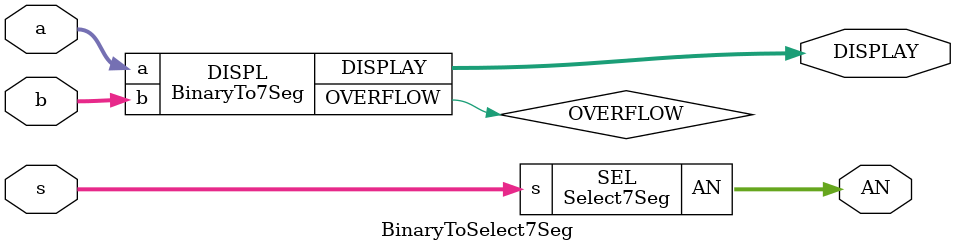
<source format=v>
module TwoFourDec (
    input wire [1:0] s,
    output wire [3:0] o);
    wire ns0, ns1;
    not NOTSEL0 (ns0, s[0]);
    not NOTSEL1 (ns1, s[1]);

    and OUT0 (o[0], ns0, ns1);
    and OUT1 (o[1], s[0], ns1);
    and OUT2 (o[2], ns0, s[1]);
    and OUT3 (o[3], s[0], s[1]);
endmodule

module Select7Seg(
    input wire [1:0] s,
    output wire [3:0] AN);

    wire [3:0] INVSEL;
    
    // 2:4 DEC, input s[1:0], output NOT AN[3:0]
    TwoFourDec SEL (
        .s(s[1:0]),
        .o(INVSEL[3:0])
    );

    assign AN = ~INVSEL;
endmodule

module FullAdder (input a, input b, input ci, output s, output co);
    
    wire so0, co0, co1;
    xor s0 (so0, a, b);
    xor SUM (s, s0, ci);
    and c0 (co0, a, b);
    and c1 (co1, s0, ci);
    or CARRY (co, c0, c1);
endmodule

module FourBitAdder(
    input wire [3:0] a,
    input wire [3:0] b,
    output wire [4:0] s);

    wire c0, c1, c2;
    FullAdder FA0(.a(a[0]), .b(b[0]), .ci(), .s(s[0]), .co(c0));
    FullAdder FA1(.a(a[1]), .b(b[1]), .ci(c0), .s(s[1]), .co(c1));
    FullAdder FA2(.a(a[2]), .b(b[2]), .ci(c1), .s(s[2]), .co(c0));
    FullAdder FA3(.a(a[3]), .b(b[3]), .ci(c2), .s(s[3]), .co(s[4]));
endmodule

module Drive7Seg(
    input wire [3:0] S,
    output reg [6:0] D);

    always @(*) begin
        case (S)
            4'b0000: D = 7'b1000000;    // 0
            4'b0001: D = 7'b1111001;    // 1
            4'b0010: D = 7'b0100100;    // 2
            4'b0011: D = 7'b0110000;    // 3
            4'b0100: D = 7'b0011001;    // 4
            4'b0101: D = 7'b0010010;    // 5
            4'b0110: D = 7'b0000010;    // 6
            4'b0111: D = 7'b1111000;    // 7
            4'b1000: D = 7'b0000000;    // 8
            4'b1001: D = 7'b0010000;    // 9
            4'b1010: D = 7'b0001000;    // a
            4'b1011: D = 7'b0000011;    // b
            4'b1100: D = 7'b1000110;    // c
            4'b1101: D = 7'b0100001;    // d
            4'b1110: D = 7'b0000110;    // e
            4'b1111: D = 7'b0001110;    // f
            default: D = 7'b1111111;    // f+1
        endcase
    end
endmodule

module BinaryTo7Seg(
    input wire [3:0] a,
    input wire [3:0] b,
    output wire [6:0] DISPLAY,
    output wire OVERFLOW);

    wire [4:0] S;
    wire [6:0] D;

    FourBitAdder ADD (
        .a(a),
        .b(b),
        .s(S[4:0])
    );
    Drive7Seg DRIVER (
        .S(S[3:0]),
        .D(D[6:0])
    );
    
    assign OVERFLOW = S[4];
    assign DISPLAY = D[6:0];
endmodule

module BinaryToSelect7Seg (
    input [3:0] a,
    input [3:0] b,
    input [1:0] s,
    output [3:0] AN,
    output [6:0] DISPLAY);

    wire [4:0] S;
    wire OVERFLOW;

    Select7Seg SEL (
        .s(s),
        .AN(AN[3:0])
    );

    BinaryTo7Seg DISPL (
        .a(a),
        .b(b),
        .DISPLAY(DISPLAY[6:0]),
        .OVERFLOW(OVERFLOW)
    );


endmodule

</source>
